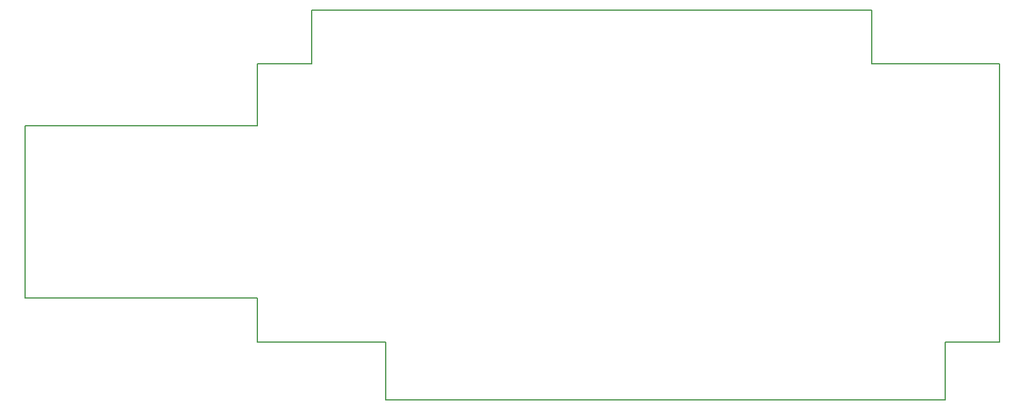
<source format=gbr>
*
G04 Job   : X:\MG\projects\L02-0101\PCB\L02-0101.pcb*
G04 User  : DESKTOP-LPE9H33:User*
G04 Layer : L02-0101_16FRM.gbr*
G04 Date  : Tue Mar 14 15:44:52 2017*
%ICAS*%
%MOIN*%
%FSLAX24Y24*%
%OFA0.0000B0.0000*%
G90*
G74*
%ADD10C,0.00500*%
G01*
G54D10*
X-20728Y7894D02*
Y4449D01*
X-33701*
Y-5197*
X-20728*
Y-7657*
X-13563*
Y-10886*
X17677*
Y-7657*
X20709*
Y7894*
X13563*
Y10925*
X-17697*
Y7894*
X-20728*
M02*

</source>
